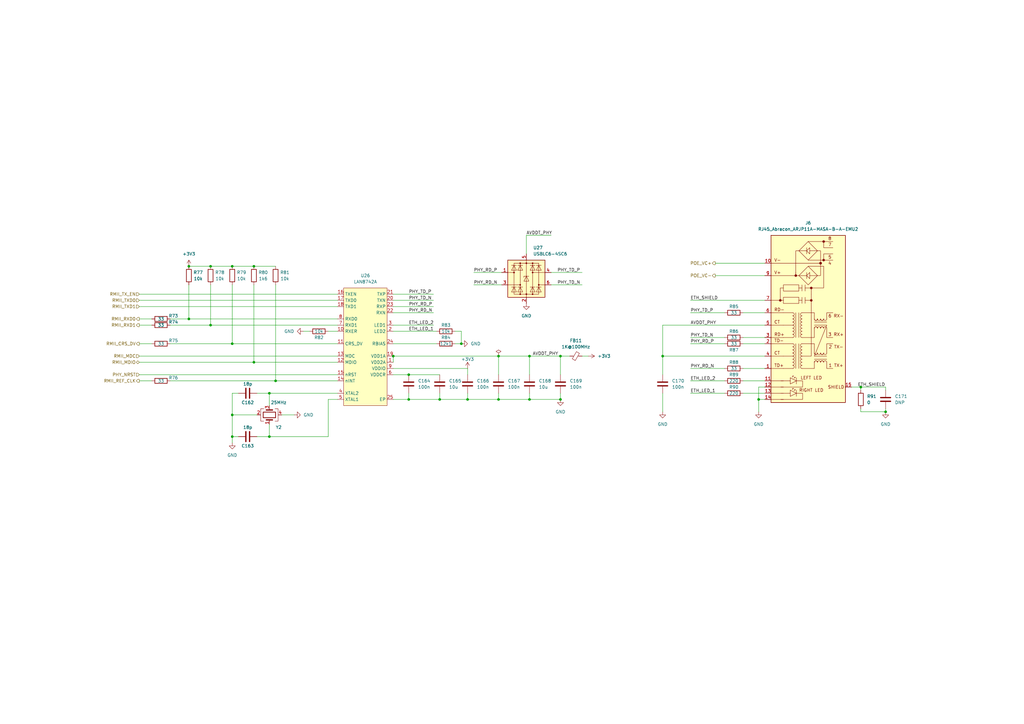
<source format=kicad_sch>
(kicad_sch (version 20211123) (generator eeschema)
  (paper "A3")
  (title_block (title "Kirdy") (date "2022-07-03") (rev "r0.1") (company "M-Labs") (comment 1 "Alex Wong Tat Hang"))
  (lib_symbols
    (symbol "Connector:RJ45_Abracon_ARJP11A-MASA-B-A-EMU2" (pin_names (offset 1.016) hide)
      (property "Reference" "J" (at 0 -38.1 0))
      (property "Value" "RJ45_Abracon_ARJP11A-MASA-B-A-EMU2" (at 0 -35.56 0))
      (symbol "RJ45_Abracon_ARJP11A-MASA-B-A-EMU2_0_0"
        (rectangle (start -15.24 -34.29) (end 15.24 34.29) (stroke (width 0.254)) (fill (type background)))
        (rectangle (start -3.81 8.89) (end -10.16 6.35))
        (polyline (pts (xy -15.24 -33.02) (xy -10.16 -33.02)))
        (polyline (pts (xy -15.24 -30.48) (xy -10.16 -30.48)))
        (polyline (pts (xy -15.24 -27.94) (xy -10.16 -27.94)))
        (polyline (pts (xy -15.24 -25.4) (xy -10.16 -25.4)))
        (polyline (pts (xy -15.24 -20.32) (xy -10.16 -20.32)))
        (polyline (pts (xy -15.24 -15.24) (xy -10.16 -15.24)))
        (polyline (pts (xy -15.24 -10.16) (xy -10.16 -10.16)))
        (polyline (pts (xy -15.24 -7.62) (xy -10.16 -7.62)))
        (polyline (pts (xy -15.24 -2.54) (xy -10.16 -2.54)))
        (polyline (pts (xy -15.24 2.54) (xy -10.16 2.54)))
        (polyline (pts (xy -15.24 22.86) (xy 5.08 22.86)))
        (polyline (pts (xy -11.43 7.62) (xy -15.24 7.62)))
        (polyline (pts (xy -11.176 -25.4) (xy -7.366 -25.4)))
        (polyline (pts (xy -10.16 7.62) (xy -11.43 7.62)))
        (polyline (pts (xy -5.08 17.78) (xy -15.24 17.78)))
        (polyline (pts (xy -5.08 17.78) (xy -3.81 17.78)))
        (polyline (pts (xy -5.08 19.05) (xy -5.08 17.78)))
        (polyline (pts (xy -3.81 7.62) (xy -2.54 7.62)))
        (polyline (pts (xy -3.81 12.7) (xy -2.54 12.7)))
        (polyline (pts (xy -2.54 8.89) (xy -2.54 6.35)))
        (polyline (pts (xy -1.27 8.89) (xy -1.27 6.35)))
        (polyline (pts (xy -1.27 13.97) (xy -1.27 11.43)))
        (polyline (pts (xy 0 21.59) (xy 6.35 21.59)))
        (polyline (pts (xy 0 24.13) (xy 10.16 24.13)))
        (polyline (pts (xy 0 31.75) (xy 10.16 31.75)))
        (polyline (pts (xy 1.27 10.16) (xy 1.27 12.7)))
        (polyline (pts (xy -10.16 12.7) (xy -11.43 12.7) (xy -11.43 7.62)))
        (polyline (pts (xy -3.81 27.94) (xy -5.08 27.94) (xy -5.08 17.78)))
        (polyline (pts (xy -1.27 12.7) (xy 0 12.7) (xy 1.27 12.7)))
        (polyline (pts (xy 1.27 12.7) (xy 6.35 12.7) (xy 6.35 21.59)))
        (polyline (pts (xy 6.35 24.13) (xy 6.35 26.67) (xy 10.16 26.67)))
        (polyline (pts (xy 6.35 31.75) (xy 6.35 29.21) (xy 10.16 29.21)))
        (polyline (pts (xy -4.826 -25.4) (xy -2.286 -25.4) (xy -2.286 -27.94) (xy -11.176 -27.94)))
        (polyline (pts (xy -2.54 -15.24) (xy -1.27 -15.24) (xy 1.27 -15.24) (xy 1.27 10.16)))
        (polyline (pts (xy 3.81 17.78) (xy 5.08 17.78) (xy 5.08 27.94) (xy 3.81 27.94)))
        (polyline (pts (xy -3.81 17.78) (xy 0 13.97) (xy 3.81 17.78) (xy 0 21.59) (xy -3.81 17.78)))
        (circle (center 1.27 7.62) (radius 0.0001) (stroke (width 0.508)))
        (text "1 TX+" (at 11.43 -19.05 0) (effects (font (size 1.27 1.27))))
        (text "2 TX-" (at 11.43 -11.43 0) (effects (font (size 1.27 1.27))))
        (text "3 RX+" (at 11.43 -6.35 0) (effects (font (size 1.27 1.27))))
        (text "4" (at 8.89 22.86 0) (effects (font (size 1.27 1.27))))
        (text "5" (at 8.89 25.4 0) (effects (font (size 1.27 1.27))))
        (text "6 RX-" (at 11.43 1.27 0) (effects (font (size 1.27 1.27))))
        (text "7" (at 8.89 30.48 0) (effects (font (size 1.27 1.27))))
        (text "8" (at 8.89 33.02 0) (effects (font (size 1.27 1.27))))
        (text "CT" (at -13.97 -1.27 0) (effects (font (size 1.27 1.27)) (justify left)))
        (text "LEFT LED" (at 1.27 -24.13 0) (effects (font (size 1.27 1.27))))
        (text "RD-" (at -13.97 3.81 0) (effects (font (size 1.27 1.27)) (justify left)))
        (text "SHIELD" (at 11.43 -27.94 0) (effects (font (size 1.27 1.27))))
        (text "V+" (at -13.97 19.05 0) (effects (font (size 1.27 1.27)) (justify left)))
        (text "V-" (at -13.97 24.13 0) (effects (font (size 1.27 1.27)) (justify left)))
      )
      (symbol "RJ45_Abracon_ARJP11A-MASA-B-A-EMU2_0_1"
        (arc (start -6.35 -16.51) (mid -5.715 -15.875) (end -6.35 -15.24))
        (arc (start -6.35 -15.24) (mid -5.715 -14.605) (end -6.35 -13.97))
        (arc (start -6.35 -13.97) (mid -6.35 -16.51) (end -6.35 -13.97))
        (arc (start -6.35 -11.43) (mid -5.715 -10.795) (end -6.35 -10.16))
        (polyline (pts (xy -6.35 -20.32) (xy -10.16 -20.32)))
        (polyline (pts (xy -6.35 -15.24) (xy -10.16 -15.24)))
        (polyline (pts (xy -6.35 -10.16) (xy -10.16 -10.16)))
        (polyline (pts (xy -6.35 -7.62) (xy -10.16 -7.62)))
        (polyline (pts (xy -6.35 -2.54) (xy -10.16 -2.54)))
        (polyline (pts (xy -6.35 2.54) (xy -10.16 2.54)))
        (polyline (pts (xy -6.096 -28.448) (xy -6.35 -28.448)))
        (polyline (pts (xy -5.334 -28.956) (xy -5.588 -28.956)))
        (polyline (pts (xy -4.826 -24.13) (xy -4.826 -26.67)))
        (polyline (pts (xy -1.27 7.62) (xy 1.27 7.62)))
        (polyline (pts (xy -0.635 17.78) (xy -3.81 17.78)))
        (polyline (pts (xy -0.635 19.05) (xy -0.635 16.51)))
        (polyline (pts (xy 0.635 17.78) (xy 3.81 17.78)))
        (polyline (pts (xy -6.604 -28.956) (xy -6.096 -28.448) (xy -6.096 -28.702)))
        (polyline (pts (xy -5.842 -29.464) (xy -5.334 -28.956) (xy -5.334 -29.21)))
        (polyline (pts (xy -7.366 -24.13) (xy -7.366 -26.67) (xy -4.826 -25.4) (xy -7.366 -24.13)))
        (polyline (pts (xy 0.635 19.05) (xy 0.635 16.51) (xy -0.635 17.78) (xy 0.635 19.05)))
      )
      (symbol "RJ45_Abracon_ARJP11A-MASA-B-A-EMU2_1_1"
        (circle (center -11.43 7.62) (radius 0.0001) (stroke (width 0.508)))
        (arc (start -6.35 -20.32) (mid -5.715 -19.685) (end -6.35 -19.05))
        (arc (start -6.35 -19.05) (mid -5.715 -18.415) (end -6.35 -17.78))
        (arc (start -6.35 -17.78) (mid -6.35 -20.32) (end -6.35 -17.78))
        (arc (start -6.35 -17.78) (mid -5.715 -17.145) (end -6.35 -16.51))
        (arc (start -6.35 -13.97) (mid -5.715 -13.335) (end -6.35 -12.7))
        (arc (start -6.35 -12.7) (mid -5.715 -12.065) (end -6.35 -11.43))
        (arc (start -6.35 -7.62) (mid -5.715 -6.985) (end -6.35 -6.35))
        (arc (start -6.35 -6.35) (mid -5.715 -5.715) (end -6.35 -5.08))
        (arc (start -6.35 -5.08) (mid -6.35 -7.62) (end -6.35 -5.08))
        (arc (start -6.35 -5.08) (mid -5.715 -4.445) (end -6.35 -3.81))
        (arc (start -6.35 -3.81) (mid -6.35 -6.35) (end -6.35 -3.81))
        (arc (start -6.35 -3.81) (mid -5.715 -3.175) (end -6.35 -2.54))
        (arc (start -6.35 -2.54) (mid -5.715 -1.905) (end -6.35 -1.27))
        (arc (start -6.35 -1.27) (mid -5.715 -0.635) (end -6.35 0))
        (arc (start -6.35 0) (mid -5.715 0.635) (end -6.35 1.27))
        (arc (start -6.35 1.27) (mid -6.35 -1.27) (end -6.35 1.27))
        (arc (start -6.35 1.27) (mid -5.715 1.905) (end -6.35 2.54))
        (circle (center -5.08 17.78) (radius 0.0001) (stroke (width 0.508)))
        (rectangle (start -3.81 13.97) (end -10.16 11.43))
        (arc (start -2.54 -19.05) (mid -3.175 -19.685) (end -2.54 -20.32))
        (arc (start -2.54 -19.05) (mid -2.54 -16.51) (end -2.54 -19.05))
        (arc (start -2.54 -17.78) (mid -3.175 -18.415) (end -2.54 -19.05))
        (arc (start -2.54 -16.51) (mid -3.175 -17.145) (end -2.54 -17.78))
        (arc (start -2.54 -15.24) (mid -3.175 -15.875) (end -2.54 -16.51))
        (arc (start -2.54 -15.24) (mid -2.54 -12.7) (end -2.54 -15.24))
        (arc (start -2.54 -13.97) (mid -3.175 -14.605) (end -2.54 -15.24))
        (arc (start -2.54 -12.7) (mid -3.175 -13.335) (end -2.54 -13.97))
        (arc (start -2.54 -11.43) (mid -3.175 -12.065) (end -2.54 -12.7))
        (arc (start -2.54 -10.16) (mid -3.175 -10.795) (end -2.54 -11.43))
        (arc (start -2.54 -6.35) (mid -3.175 -6.985) (end -2.54 -7.62))
        (arc (start -2.54 -6.35) (mid -2.54 -3.81) (end -2.54 -6.35))
        (arc (start -2.54 -5.08) (mid -3.175 -5.715) (end -2.54 -6.35))
        (arc (start -2.54 -3.81) (mid -3.175 -4.445) (end -2.54 -5.08))
        (arc (start -2.54 -3.81) (mid -2.54 -1.27) (end -2.54 -3.81))
        (arc (start -2.54 -2.54) (mid -3.175 -3.175) (end -2.54 -3.81))
        (arc (start -2.54 -1.27) (mid -3.175 -1.905) (end -2.54 -2.54))
        (arc (start -2.54 0) (mid -3.175 -0.635) (end -2.54 -1.27))
        (arc (start -2.54 0) (mid -2.54 2.54) (end -2.54 0))
        (arc (start -2.54 1.27) (mid -3.175 0.635) (end -2.54 0))
        (arc (start -2.54 2.54) (mid -3.175 1.905) (end -2.54 1.27))
        (polyline (pts (xy -11.176 -30.48) (xy -7.366 -30.48)))
        (polyline (pts (xy -6.096 -23.368) (xy -6.35 -23.368)))
        (polyline (pts (xy -5.334 -23.876) (xy -5.588 -23.876)))
        (polyline (pts (xy -5.08 -10.16) (xy -5.08 -20.32)))
        (polyline (pts (xy -5.08 2.54) (xy -5.08 -7.62)))
        (polyline (pts (xy -4.826 -29.21) (xy -4.826 -31.75)))
        (polyline (pts (xy -3.81 -20.32) (xy -3.81 -10.16)))
        (polyline (pts (xy -3.81 -7.62) (xy -3.81 2.54)))
        (polyline (pts (xy -2.54 13.97) (xy -2.54 11.43)))
        (polyline (pts (xy -0.635 27.94) (xy -3.81 27.94)))
        (polyline (pts (xy -0.635 29.21) (xy -0.635 26.67)))
        (polyline (pts (xy 0.635 27.94) (xy 3.81 27.94)))
        (polyline (pts (xy 2.54 -16.51) (xy 7.62 -16.51)))
        (polyline (pts (xy 2.54 -15.24) (xy 7.62 -2.54)))
        (polyline (pts (xy 2.54 -2.54) (xy 7.62 -2.54)))
        (polyline (pts (xy 7.62 -15.24) (xy 2.54 -15.24)))
        (polyline (pts (xy 7.62 -1.27) (xy 2.54 -1.27)))
        (polyline (pts (xy -6.604 -23.876) (xy -6.096 -23.368) (xy -6.096 -23.622)))
        (polyline (pts (xy -5.842 -24.384) (xy -5.334 -23.876) (xy -5.334 -24.13)))
        (polyline (pts (xy -2.54 -10.16) (xy 2.54 -10.16) (xy 2.54 -13.97)))
        (polyline (pts (xy -2.54 -7.62) (xy 2.54 -7.62) (xy 2.54 -3.81)))
        (polyline (pts (xy -2.54 2.54) (xy 2.54 2.54) (xy 2.54 0)))
        (polyline (pts (xy 2.54 -17.78) (xy 2.54 -20.32) (xy -2.54 -20.32)))
        (polyline (pts (xy 7.62 -17.78) (xy 7.62 -20.32) (xy 10.16 -20.32)))
        (polyline (pts (xy 7.62 -13.97) (xy 7.62 -10.16) (xy 10.16 -10.16)))
        (polyline (pts (xy 7.62 -3.81) (xy 7.62 -7.62) (xy 10.16 -7.62)))
        (polyline (pts (xy 7.62 0) (xy 7.62 2.54) (xy 10.16 2.54)))
        (polyline (pts (xy -7.366 -29.21) (xy -7.366 -31.75) (xy -4.826 -30.48) (xy -7.366 -29.21)))
        (polyline (pts (xy -4.826 -30.48) (xy -2.286 -30.48) (xy -2.286 -33.02) (xy -11.176 -33.02)))
        (polyline (pts (xy 0.635 29.21) (xy 0.635 26.67) (xy -0.635 27.94) (xy 0.635 29.21)))
        (polyline (pts (xy -3.81 27.94) (xy 0 24.13) (xy 3.81 27.94) (xy 0 31.75) (xy -3.81 27.94)))
        (circle (center 1.27 12.7) (radius 0.0001) (stroke (width 0.508)))
        (arc (start 2.54 -17.78) (mid 5.08 -17.78) (end 2.54 -17.78))
        (arc (start 2.54 -13.97) (mid 3.175 -14.605) (end 3.81 -13.97))
        (arc (start 2.54 -13.97) (mid 3.175 -14.605) (end 3.81 -13.97))
        (arc (start 2.54 -3.81) (mid 5.08 -3.81) (end 2.54 -3.81))
        (arc (start 2.54 0) (mid 3.175 -0.635) (end 3.81 0))
        (arc (start 2.54 0) (mid 3.175 -0.635) (end 3.81 0))
        (arc (start 3.81 -17.78) (mid 3.175 -17.145) (end 2.54 -17.78))
        (arc (start 3.81 -17.78) (mid 3.175 -17.145) (end 2.54 -17.78))
        (arc (start 3.81 -13.97) (mid 1.27 -13.97) (end 3.81 -13.97))
        (arc (start 3.81 -13.97) (mid 4.445 -14.605) (end 5.08 -13.97))
        (arc (start 3.81 -3.81) (mid 3.175 -3.175) (end 2.54 -3.81))
        (arc (start 3.81 -3.81) (mid 3.175 -3.175) (end 2.54 -3.81))
        (arc (start 3.81 0) (mid 1.27 0) (end 3.81 0))
        (arc (start 3.81 0) (mid 4.445 -0.635) (end 5.08 0))
        (arc (start 5.08 -17.78) (mid 4.445 -17.145) (end 3.81 -17.78))
        (arc (start 5.08 -17.78) (mid 7.62 -17.78) (end 5.08 -17.78))
        (arc (start 5.08 -13.97) (mid 5.715 -14.605) (end 6.35 -13.97))
        (arc (start 5.08 -13.97) (mid 5.715 -14.605) (end 6.35 -13.97))
        (arc (start 5.08 -3.81) (mid 4.445 -3.175) (end 3.81 -3.81))
        (arc (start 5.08 -3.81) (mid 7.62 -3.81) (end 5.08 -3.81))
        (arc (start 5.08 0) (mid 5.715 -0.635) (end 6.35 0))
        (arc (start 5.08 0) (mid 5.715 -0.635) (end 6.35 0))
        (circle (center 5.08 22.86) (radius 0.0001) (stroke (width 0.508)))
        (circle (center 5.08 22.86) (radius 0.0001) (stroke (width 0.508)))
        (arc (start 6.35 -17.78) (mid 5.715 -17.145) (end 5.08 -17.78))
        (arc (start 6.35 -17.78) (mid 5.715 -17.145) (end 5.08 -17.78))
        (arc (start 6.35 -13.97) (mid 3.81 -13.97) (end 6.35 -13.97))
        (arc (start 6.35 -13.97) (mid 6.985 -14.605) (end 7.62 -13.97))
        (arc (start 6.35 -3.81) (mid 5.715 -3.175) (end 5.08 -3.81))
        (arc (start 6.35 -3.81) (mid 5.715 -3.175) (end 5.08 -3.81))
        (arc (start 6.35 0) (mid 3.81 0) (end 6.35 0))
        (arc (start 6.35 0) (mid 6.985 -0.635) (end 7.62 0))
        (circle (center 6.35 24.13) (radius 0.0001) (stroke (width 0.508)))
        (circle (center 6.35 31.75) (radius 0.0001) (stroke (width 0.508)))
        (arc (start 7.62 -17.78) (mid 6.985 -17.145) (end 6.35 -17.78))
        (arc (start 7.62 -3.81) (mid 6.985 -3.175) (end 6.35 -3.81))
        (text "CT" (at -13.97 -13.97 0) (effects (font (size 1.27 1.27)) (justify left)))
        (text "RD+" (at -13.97 -6.35 0) (effects (font (size 1.27 1.27)) (justify left)))
        (text "RIGHT LED" (at 1.27 -29.21 0) (effects (font (size 1.27 1.27))))
        (text "TD+" (at -13.97 -19.05 0) (effects (font (size 1.27 1.27)) (justify left)))
        (text "TD-" (at -13.97 -8.89 0) (effects (font (size 1.27 1.27)) (justify left)))
        (pin passive line (at -17.78 -20.32 0) (length 2.54) (name "TD+") (number "1"))
        (pin power_out line (at -17.78 22.86 0) (length 2.54) (name "V-") (number "10"))
        (pin passive line (at -17.78 -25.4 0) (length 2.54) (name "LLED+") (number "11"))
        (pin passive line (at -17.78 -27.94 0) (length 2.54) (name "LLED-") (number "12"))
        (pin passive line (at -17.78 -30.48 0) (length 2.54) (name "RLED+") (number "13"))
        (pin passive line (at -17.78 -33.02 0) (length 2.54) (name "RLED-") (number "14"))
        (pin passive line (at 17.78 -27.94 180) (length 2.54) (name "SHIELD") (number "15"))
        (pin passive line (at -17.78 -10.16 0) (length 2.54) (name "TD-") (number "2"))
        (pin passive line (at -17.78 -7.62 0) (length 2.54) (name "RD+") (number "3"))
        (pin passive line (at -17.78 -15.24 0) (length 2.54) (name "CT") (number "4"))
        (pin passive line (at -17.78 -2.54 0) (length 2.54) (name "CT") (number "5"))
        (pin passive line (at -17.78 2.54 0) (length 2.54) (name "RD-") (number "6"))
        (pin passive line (at -17.78 7.62 0) (length 2.54) (name "7") (number "7"))
        (pin power_out line (at -17.78 17.78 0) (length 2.54) (name "V+") (number "9"))
      )
    )
    (symbol "Device:C" (pin_numbers hide) (pin_names (offset 0.254))
      (property "Reference" "C" (at 0.635 2.54 0))
      (property "Value" "C" (at 0.635 -2.54 0))
      (symbol "C_0_1"
        (polyline (pts (xy -2.032 -0.762) (xy 2.032 -0.762)) (stroke (width 0.508)))
        (polyline (pts (xy -2.032 0.762) (xy 2.032 0.762)) (stroke (width 0.508)))
      )
      (symbol "C_1_1"
        (pin passive line (at 0 3.81 270) (length 2.794) (name "~") (number "1"))
        (pin passive line (at 0 -3.81 90) (length 2.794) (name "~") (number "2"))
      )
    )
    (symbol "Device:Crystal_GND24" (pin_names (offset 1.016) hide)
      (property "Reference" "Y" (at 3.175 5.08 0))
      (property "Value" "Crystal_GND24" (at 3.175 3.175 0))
      (symbol "Crystal_GND24_0_1"
        (rectangle (start -1.143 2.54) (end 1.143 -2.54) (stroke (width 0.3048)))
        (polyline (pts (xy -2.54 0) (xy -2.032 0)))
        (polyline (pts (xy -2.032 -1.27) (xy -2.032 1.27)) (stroke (width 0.508)))
        (polyline (pts (xy 0 -3.81) (xy 0 -3.556)))
        (polyline (pts (xy 0 3.556) (xy 0 3.81)))
        (polyline (pts (xy 2.032 -1.27) (xy 2.032 1.27)) (stroke (width 0.508)))
        (polyline (pts (xy 2.032 0) (xy 2.54 0)))
        (polyline (pts (xy -2.54 -2.286) (xy -2.54 -3.556) (xy 2.54 -3.556) (xy 2.54 -2.286)))
        (polyline (pts (xy -2.54 2.286) (xy -2.54 3.556) (xy 2.54 3.556) (xy 2.54 2.286)))
      )
      (symbol "Crystal_GND24_1_1"
        (pin passive line (at -3.81 0 0) (length 1.27) (name "1") (number "1"))
        (pin passive line (at 0 5.08 270) (length 1.27) (name "2") (number "2"))
        (pin passive line (at 3.81 0 180) (length 1.27) (name "3") (number "3"))
        (pin passive line (at 0 -5.08 90) (length 1.27) (name "4") (number "4"))
      )
    )
    (symbol "Device:FerriteBead_Small" (pin_numbers hide) (pin_names (offset 0))
      (property "Reference" "FB" (at 1.905 1.27 0))
      (property "Value" "FerriteBead_Small" (at 1.905 -1.27 0))
      (symbol "FerriteBead_Small_0_1"
        (polyline (pts (xy 0 -1.27) (xy 0 -0.7874)))
        (polyline (pts (xy 0 0.889) (xy 0 1.2954)))
        (polyline (pts (xy -1.8288 0.2794) (xy -1.1176 1.4986) (xy 1.8288 -0.2032) (xy 1.1176 -1.4224) (xy -1.8288 0.2794)))
      )
      (symbol "FerriteBead_Small_1_1"
        (pin passive line (at 0 2.54 270) (length 1.27) (name "~") (number "1"))
        (pin passive line (at 0 -2.54 90) (length 1.27) (name "~") (number "2"))
      )
    )
    (symbol "Device:R" (pin_numbers hide) (pin_names (offset 0))
      (property "Reference" "R" (at 2.032 0 90))
      (property "Value" "R" (at 0 0 90))
      (symbol "R_0_1"
        (rectangle (start -1.016 -2.54) (end 1.016 2.54) (stroke (width 0.254)))
      )
      (symbol "R_1_1"
        (pin passive line (at 0 3.81 270) (length 1.27) (name "~") (number "1"))
        (pin passive line (at 0 -3.81 90) (length 1.27) (name "~") (number "2"))
      )
    )
    (symbol "Power_Protection:USBLC6-4SC6" (pin_names hide)
      (property "Reference" "U" (at 2.54 8.89 0))
      (property "Value" "USBLC6-4SC6" (at 2.54 -8.89 0))
      (symbol "USBLC6-4SC6_0_1"
        (rectangle (start -7.62 -7.62) (end 7.62 7.62) (stroke (width 0.254)) (fill (type background)))
        (circle (center -5.08 2.54) (radius 0.254) (fill (type outline)))
        (circle (center -2.54 -6.35) (radius 0.254) (fill (type outline)))
        (circle (center -2.54 -2.54) (radius 0.254) (fill (type outline)))
        (circle (center -2.54 6.35) (radius 0.254) (fill (type outline)))
        (rectangle (start -2.54 6.35) (end 2.54 -6.35))
        (circle (center 0 -6.35) (radius 0.254) (fill (type outline)))
        (polyline (pts (xy -5.08 2.54) (xy -7.62 2.54)))
        (polyline (pts (xy -4.064 -3.429) (xy -6.096 -3.429)))
        (polyline (pts (xy -4.064 5.461) (xy -6.096 5.461)))
        (polyline (pts (xy -2.54 -2.54) (xy -7.62 -2.54)))
        (polyline (pts (xy -1.524 -3.429) (xy -3.556 -3.429)))
        (polyline (pts (xy -1.524 5.461) (xy -3.556 5.461)))
        (polyline (pts (xy 0 -7.62) (xy 0 -6.35)))
        (polyline (pts (xy 0 -6.35) (xy 0 1.27)))
        (polyline (pts (xy 0 1.27) (xy 0 6.35)))
        (polyline (pts (xy 0 6.35) (xy 0 7.62)))
        (polyline (pts (xy 1.524 -3.429) (xy 3.556 -3.429)))
        (polyline (pts (xy 1.524 5.461) (xy 3.556 5.461)))
        (polyline (pts (xy 2.54 2.54) (xy 7.62 2.54)))
        (polyline (pts (xy 4.064 -3.429) (xy 6.096 -3.429)))
        (polyline (pts (xy 4.064 5.461) (xy 6.096 5.461)))
        (polyline (pts (xy 5.08 -2.54) (xy 7.62 -2.54)))
        (polyline (pts (xy -6.096 -5.461) (xy -4.064 -5.461) (xy -5.08 -3.429) (xy -6.096 -5.461)))
        (polyline (pts (xy -6.096 3.429) (xy -4.064 3.429) (xy -5.08 5.461) (xy -6.096 3.429)))
        (polyline (pts (xy -3.556 -5.461) (xy -1.524 -5.461) (xy -2.54 -3.429) (xy -3.556 -5.461)))
        (polyline (pts (xy -3.556 3.429) (xy -1.524 3.429) (xy -2.54 5.461) (xy -3.556 3.429)))
        (polyline (pts (xy -2.54 6.35) (xy -5.08 6.35) (xy -5.08 -6.35) (xy -2.54 -6.35)))
        (polyline (pts (xy -1.016 -1.016) (xy 1.016 -1.016) (xy 0 1.016) (xy -1.016 -1.016)))
        (polyline (pts (xy 1.016 1.016) (xy 0.762 1.016) (xy -1.016 1.016) (xy -1.016 0.508)))
        (polyline (pts (xy 2.54 6.35) (xy 5.08 6.35) (xy 5.08 -6.35) (xy 2.54 -6.35)))
        (polyline (pts (xy 3.556 -5.461) (xy 1.524 -5.461) (xy 2.54 -3.429) (xy 3.556 -5.461)))
        (polyline (pts (xy 3.556 3.429) (xy 1.524 3.429) (xy 2.54 5.461) (xy 3.556 3.429)))
        (polyline (pts (xy 6.096 -5.461) (xy 4.064 -5.461) (xy 5.08 -3.429) (xy 6.096 -5.461)))
        (polyline (pts (xy 6.096 3.429) (xy 4.064 3.429) (xy 5.08 5.461) (xy 6.096 3.429)))
        (circle (center 0 6.35) (radius 0.254) (fill (type outline)))
        (circle (center 2.54 -6.35) (radius 0.254) (fill (type outline)))
        (circle (center 2.54 2.54) (radius 0.254) (fill (type outline)))
        (circle (center 2.54 6.35) (radius 0.254) (fill (type outline)))
        (circle (center 5.08 -2.54) (radius 0.254) (fill (type outline)))
      )
      (symbol "USBLC6-4SC6_1_1"
        (pin passive line (at -10.16 2.54 0) (length 2.54) (name "I/O1") (number "1"))
        (pin passive line (at 0 -10.16 90) (length 2.54) (name "GND") (number "2"))
        (pin passive line (at -10.16 -2.54 0) (length 2.54) (name "I/O2") (number "3"))
        (pin passive line (at 10.16 2.54 180) (length 2.54) (name "I/O3") (number "4"))
        (pin passive line (at 0 10.16 270) (length 2.54) (name "VBUS") (number "5"))
        (pin passive line (at 10.16 -2.54 180) (length 2.54) (name "I/O4") (number "6"))
      )
    )
    (symbol "kirdy:LAN8742A"
      (property "Reference" "U" (at 0 -30.48 0))
      (property "Value" "LAN8742A" (at 0 -27.94 0))
      (symbol "LAN8742A_0_0"
        (pin power_in line (at 10.16 -7.62 180) (length 2.54) (name "VDD2A") (number "1"))
        (pin bidirectional line (at -12.7 5.08 0) (length 2.54) (name "RXER") (number "10"))
        (pin output line (at -12.7 0 0) (length 2.54) (name "CRS_DV") (number "11"))
        (pin bidirectional line (at -12.7 -7.62 0) (length 2.54) (name "MDIO") (number "12"))
        (pin input line (at -12.7 -5.08 0) (length 2.54) (name "MDC") (number "13"))
        (pin output line (at -12.7 -15.24 0) (length 2.54) (name "nINT") (number "14"))
        (pin input line (at -12.7 -12.7 0) (length 2.54) (name "nRST") (number "15"))
        (pin input line (at -12.7 20.32 0) (length 2.54) (name "TXEN") (number "16"))
        (pin input line (at -12.7 17.78 0) (length 2.54) (name "TXD0") (number "17"))
        (pin input line (at -12.7 15.24 0) (length 2.54) (name "TXD1") (number "18"))
        (pin power_in line (at 10.16 -5.08 180) (length 2.54) (name "VDD1A") (number "19"))
        (pin output line (at 10.16 5.08 180) (length 2.54) (name "LED2") (number "2"))
        (pin bidirectional line (at 10.16 17.78 180) (length 2.54) (name "TXN") (number "20"))
        (pin bidirectional line (at 10.16 20.32 180) (length 2.54) (name "TXP") (number "21"))
        (pin bidirectional line (at 10.16 12.7 180) (length 2.54) (name "RXN") (number "22"))
        (pin bidirectional line (at 10.16 15.24 180) (length 2.54) (name "RXP") (number "23"))
        (pin passive line (at 10.16 0 180) (length 2.54) (name "RBIAS") (number "24"))
        (pin power_in line (at 10.16 -22.86 180) (length 2.54) (name "EP") (number "25"))
        (pin output line (at 10.16 7.62 180) (length 2.54) (name "LED1") (number "3"))
        (pin input line (at -12.7 -20.32 0) (length 2.54) (name "XTAL2") (number "4"))
        (pin input line (at -12.7 -22.86 0) (length 2.54) (name "XTAL1") (number "5"))
        (pin passive line (at 10.16 -12.7 180) (length 2.54) (name "VDDCR") (number "6"))
        (pin output line (at -12.7 7.62 0) (length 2.54) (name "RXD1") (number "7"))
        (pin output line (at -12.7 10.16 0) (length 2.54) (name "RXD0") (number "8"))
        (pin power_in line (at 10.16 -10.16 180) (length 2.54) (name "VDDIO") (number "9"))
      )
      (symbol "LAN8742A_0_1"
        (rectangle (start -10.16 22.86) (end 7.62 -25.4) (fill (type background)))
      )
    )
    (symbol "power:+3V3" (power) (pin_names (offset 0))
      (property "Value" "+3V3" (at 0 3.556 0))
      (symbol "+3V3_0_1"
        (polyline (pts (xy -0.762 1.27) (xy 0 2.54)))
        (polyline (pts (xy 0 0) (xy 0 2.54)))
        (polyline (pts (xy 0 2.54) (xy 0.762 1.27)))
      )
      (symbol "+3V3_1_1"
        (pin power_in line (at 0 0 90) (length 0) hide (name "+3V3") (number "1"))
      )
    )
    (symbol "power:GND" (power) (pin_names (offset 0))
      (property "Value" "GND" (at 0 -3.81 0))
      (symbol "GND_0_1"
        (polyline (pts (xy 0 0) (xy 0 -1.27) (xy 1.27 -1.27) (xy 0 -2.54) (xy -1.27 -1.27) (xy 0 -1.27)))
      )
      (symbol "GND_1_1"
        (pin power_in line (at 0 0 270) (length 0) hide (name "GND") (number "1"))
      )
    )
    (symbol "power:PWR_FLAG" (power) (pin_numbers hide) (pin_names (offset 0) hide)
      (property "Value" "PWR_FLAG" (at 0 3.81 0))
      (symbol "PWR_FLAG_0_0"
        (pin power_out line (at 0 0 90) (length 0) (name "pwr") (number "1"))
      )
      (symbol "PWR_FLAG_0_1"
        (polyline (pts (xy 0 0) (xy 0 1.27) (xy -1.016 1.905) (xy 0 2.54) (xy 1.016 1.905) (xy 0 1.27)))
      )
    )
  )
  (junction (at 191.77 163.83))
  (junction (at 95.25 179.07))
  (junction (at 363.22 168.91))
  (junction (at 77.47 130.81))
  (junction (at 311.15 163.83))
  (junction (at 104.14 109.22))
  (junction (at 204.47 146.05))
  (junction (at 104.14 148.59))
  (junction (at 180.34 163.83))
  (junction (at 217.17 146.05))
  (junction (at 95.25 109.22))
  (junction (at 77.47 109.22))
  (junction (at 86.36 133.35))
  (junction (at 113.03 156.21))
  (junction (at 271.78 146.05))
  (junction (at 353.06 158.75))
  (junction (at 189.23 140.97))
  (junction (at 204.47 163.83))
  (junction (at 167.64 163.83))
  (junction (at 95.25 170.18))
  (junction (at 229.87 163.83))
  (junction (at 110.49 179.07))
  (junction (at 167.64 153.67))
  (junction (at 95.25 140.97))
  (junction (at 229.87 146.05))
  (junction (at 217.17 163.83))
  (junction (at 86.36 109.22))
  (junction (at 110.49 161.29))
  (junction (at 161.29 146.05))
  (wire (pts (xy 238.76 146.05) (xy 241.3 146.05)))
  (wire (pts (xy 95.25 109.22) (xy 104.14 109.22)))
  (wire (pts (xy 57.15 148.59) (xy 104.14 148.59)))
  (wire (pts (xy 180.34 161.29) (xy 180.34 163.83)))
  (wire (pts (xy 283.21 138.43) (xy 297.18 138.43)))
  (wire (pts (xy 304.8 138.43) (xy 313.69 138.43)))
  (wire (pts (xy 353.06 158.75) (xy 353.06 160.02)))
  (wire (pts (xy 204.47 161.29) (xy 204.47 163.83)))
  (wire (pts (xy 161.29 140.97) (xy 179.07 140.97)))
  (wire (pts (xy 189.23 135.89) (xy 189.23 140.97)))
  (wire (pts (xy 161.29 128.27) (xy 177.8 128.27)))
  (wire (pts (xy 57.15 130.81) (xy 62.23 130.81)))
  (wire (pts (xy 204.47 163.83) (xy 217.17 163.83)))
  (wire (pts (xy 349.25 158.75) (xy 353.06 158.75)))
  (wire (pts (xy 77.47 116.84) (xy 77.47 130.81)))
  (wire (pts (xy 57.15 133.35) (xy 62.23 133.35)))
  (wire (pts (xy 194.31 116.84) (xy 205.74 116.84)))
  (wire (pts (xy 271.78 146.05) (xy 313.69 146.05)))
  (wire (pts (xy 95.25 116.84) (xy 95.25 140.97)))
  (wire (pts (xy 311.15 158.75) (xy 311.15 163.83)))
  (wire (pts (xy 283.21 161.29) (xy 297.18 161.29)))
  (wire (pts (xy 95.25 170.18) (xy 105.41 170.18)))
  (wire (pts (xy 134.62 163.83) (xy 138.43 163.83)))
  (wire (pts (xy 271.78 168.91) (xy 271.78 161.29)))
  (wire (pts (xy 105.41 179.07) (xy 110.49 179.07)))
  (wire (pts (xy 95.25 170.18) (xy 95.25 161.29)))
  (wire (pts (xy 353.06 168.91) (xy 363.22 168.91)))
  (wire (pts (xy 194.31 111.76) (xy 205.74 111.76)))
  (wire (pts (xy 167.64 153.67) (xy 180.34 153.67)))
  (wire (pts (xy 110.49 161.29) (xy 138.43 161.29)))
  (wire (pts (xy 304.8 156.21) (xy 313.69 156.21)))
  (wire (pts (xy 113.03 156.21) (xy 138.43 156.21)))
  (wire (pts (xy 161.29 146.05) (xy 161.29 148.59)))
  (wire (pts (xy 115.57 170.18) (xy 120.65 170.18)))
  (wire (pts (xy 229.87 146.05) (xy 229.87 153.67)))
  (wire (pts (xy 293.37 113.03) (xy 313.69 113.03)))
  (wire (pts (xy 167.64 163.83) (xy 180.34 163.83)))
  (wire (pts (xy 191.77 163.83) (xy 204.47 163.83)))
  (wire (pts (xy 86.36 133.35) (xy 138.43 133.35)))
  (wire (pts (xy 217.17 161.29) (xy 217.17 163.83)))
  (wire (pts (xy 57.15 156.21) (xy 62.23 156.21)))
  (wire (pts (xy 69.85 140.97) (xy 95.25 140.97)))
  (wire (pts (xy 186.69 140.97) (xy 189.23 140.97)))
  (wire (pts (xy 95.25 181.61) (xy 95.25 179.07)))
  (wire (pts (xy 229.87 163.83) (xy 229.87 161.29)))
  (wire (pts (xy 283.21 156.21) (xy 297.18 156.21)))
  (wire (pts (xy 161.29 120.65) (xy 177.8 120.65)))
  (wire (pts (xy 229.87 146.05) (xy 233.68 146.05)))
  (wire (pts (xy 57.15 146.05) (xy 138.43 146.05)))
  (wire (pts (xy 191.77 161.29) (xy 191.77 163.83)))
  (wire (pts (xy 217.17 146.05) (xy 229.87 146.05)))
  (wire (pts (xy 161.29 146.05) (xy 204.47 146.05)))
  (wire (pts (xy 271.78 146.05) (xy 271.78 153.67)))
  (wire (pts (xy 113.03 116.84) (xy 113.03 156.21)))
  (wire (pts (xy 57.15 140.97) (xy 62.23 140.97)))
  (wire (pts (xy 161.29 153.67) (xy 167.64 153.67)))
  (wire (pts (xy 57.15 153.67) (xy 138.43 153.67)))
  (wire (pts (xy 215.9 96.52) (xy 226.06 96.52)))
  (wire (pts (xy 313.69 133.35) (xy 271.78 133.35)))
  (wire (pts (xy 57.15 120.65) (xy 138.43 120.65)))
  (wire (pts (xy 161.29 163.83) (xy 167.64 163.83)))
  (wire (pts (xy 134.62 135.89) (xy 138.43 135.89)))
  (wire (pts (xy 161.29 135.89) (xy 179.07 135.89)))
  (wire (pts (xy 95.25 179.07) (xy 97.79 179.07)))
  (wire (pts (xy 186.69 135.89) (xy 189.23 135.89)))
  (wire (pts (xy 226.06 111.76) (xy 238.76 111.76)))
  (wire (pts (xy 304.8 128.27) (xy 313.69 128.27)))
  (wire (pts (xy 86.36 109.22) (xy 95.25 109.22)))
  (wire (pts (xy 226.06 116.84) (xy 238.76 116.84)))
  (wire (pts (xy 95.25 161.29) (xy 97.79 161.29)))
  (wire (pts (xy 283.21 123.19) (xy 313.69 123.19)))
  (wire (pts (xy 311.15 168.91) (xy 311.15 163.83)))
  (wire (pts (xy 77.47 130.81) (xy 138.43 130.81)))
  (wire (pts (xy 110.49 179.07) (xy 134.62 179.07)))
  (wire (pts (xy 86.36 116.84) (xy 86.36 133.35)))
  (wire (pts (xy 283.21 128.27) (xy 297.18 128.27)))
  (wire (pts (xy 95.25 179.07) (xy 95.25 170.18)))
  (wire (pts (xy 304.8 161.29) (xy 313.69 161.29)))
  (wire (pts (xy 363.22 158.75) (xy 363.22 160.02)))
  (wire (pts (xy 161.29 151.13) (xy 191.77 151.13)))
  (wire (pts (xy 363.22 167.64) (xy 363.22 168.91)))
  (wire (pts (xy 104.14 148.59) (xy 138.43 148.59)))
  (wire (pts (xy 110.49 166.37) (xy 110.49 161.29)))
  (wire (pts (xy 95.25 140.97) (xy 138.43 140.97)))
  (wire (pts (xy 204.47 146.05) (xy 204.47 153.67)))
  (wire (pts (xy 57.15 125.73) (xy 138.43 125.73)))
  (wire (pts (xy 217.17 146.05) (xy 217.17 153.67)))
  (wire (pts (xy 104.14 109.22) (xy 113.03 109.22)))
  (wire (pts (xy 110.49 173.99) (xy 110.49 179.07)))
  (wire (pts (xy 304.8 140.97) (xy 313.69 140.97)))
  (wire (pts (xy 134.62 179.07) (xy 134.62 163.83)))
  (wire (pts (xy 161.29 133.35) (xy 177.8 133.35)))
  (wire (pts (xy 69.85 130.81) (xy 77.47 130.81)))
  (wire (pts (xy 283.21 140.97) (xy 297.18 140.97)))
  (wire (pts (xy 69.85 133.35) (xy 86.36 133.35)))
  (wire (pts (xy 180.34 163.83) (xy 191.77 163.83)))
  (wire (pts (xy 161.29 123.19) (xy 177.8 123.19)))
  (wire (pts (xy 204.47 146.05) (xy 217.17 146.05)))
  (wire (pts (xy 311.15 163.83) (xy 313.69 163.83)))
  (wire (pts (xy 161.29 125.73) (xy 177.8 125.73)))
  (wire (pts (xy 304.8 151.13) (xy 313.69 151.13)))
  (wire (pts (xy 69.85 156.21) (xy 113.03 156.21)))
  (wire (pts (xy 105.41 161.29) (xy 110.49 161.29)))
  (wire (pts (xy 293.37 107.95) (xy 313.69 107.95)))
  (wire (pts (xy 215.9 96.52) (xy 215.9 104.14)))
  (wire (pts (xy 271.78 133.35) (xy 271.78 146.05)))
  (wire (pts (xy 217.17 163.83) (xy 229.87 163.83)))
  (wire (pts (xy 313.69 158.75) (xy 311.15 158.75)))
  (wire (pts (xy 353.06 158.75) (xy 363.22 158.75)))
  (wire (pts (xy 353.06 167.64) (xy 353.06 168.91)))
  (wire (pts (xy 77.47 109.22) (xy 86.36 109.22)))
  (wire (pts (xy 283.21 151.13) (xy 297.18 151.13)))
  (wire (pts (xy 104.14 116.84) (xy 104.14 148.59)))
  (wire (pts (xy 191.77 151.13) (xy 191.77 153.67)))
  (wire (pts (xy 167.64 161.29) (xy 167.64 163.83)))
  (wire (pts (xy 124.46 135.89) (xy 127 135.89)))
  (wire (pts (xy 57.15 123.19) (xy 138.43 123.19)))
  (label "PHY_TD_P" (at 167.64 120.65 0))
  (label "PHY_TD_P" (at 283.21 128.27 0))
  (label "PHY_RD_N" (at 283.21 151.13 0))
  (label "AVDDT_PHY" (at 215.9 96.52 0))
  (label "PHY_RD_P" (at 283.21 140.97 0))
  (label "ETH_SHIELD" (at 283.21 123.19 0))
  (label "ETH_LED_1" (at 283.21 161.29 0))
  (label "PHY_TD_N" (at 167.64 123.19 0))
  (label "PHY_RD_P" (at 167.64 125.73 0))
  (label "PHY_TD_N" (at 228.6 116.84 0))
  (label "PHY_TD_N" (at 283.21 138.43 0))
  (label "PHY_RD_N" (at 167.64 128.27 0))
  (label "ETH_LED_2" (at 167.64 133.35 0))
  (label "PHY_RD_P" (at 194.31 111.76 0))
  (label "AVDDT_PHY" (at 283.21 133.35 0))
  (label "AVDDT_PHY" (at 218.44 146.05 0))
  (label "ETH_LED_2" (at 283.21 156.21 0))
  (label "PHY_RD_N" (at 194.31 116.84 0))
  (label "ETH_LED_1" (at 167.64 135.89 0))
  (label "PHY_TD_P" (at 228.6 111.76 0))
  (label "ETH_SHIELD" (at 351.79 158.75 0))
  (hierarchical_label "RMII_MDC" (shape input) (at 57.15 146.05 180))
  (hierarchical_label "RMII_TXD1" (shape input) (at 57.15 125.73 180))
  (hierarchical_label "RMII_RXD1" (shape output) (at 57.15 133.35 180))
  (hierarchical_label "RMII_RXD0" (shape output) (at 57.15 130.81 180))
  (hierarchical_label "RMII_CRS_DV" (shape output) (at 57.15 140.97 180))
  (hierarchical_label "RMII_MDIO" (shape bidirectional) (at 57.15 148.59 180))
  (hierarchical_label "RMII_REF_CLK" (shape output) (at 57.15 156.21 180))
  (hierarchical_label "POE_VC-" (shape output) (at 293.37 113.03 180))
  (hierarchical_label "RMII_TX_EN" (shape input) (at 57.15 120.65 180))
  (hierarchical_label "PHY_NRST" (shape input) (at 57.15 153.67 180))
  (hierarchical_label "POE_VC+" (shape output) (at 293.37 107.95 180))
  (hierarchical_label "RMII_TXD0" (shape input) (at 57.15 123.19 180))
  (symbol (lib_id "Device:C") (at 167.64 157.48 0) (unit 1)
    (property "Reference" "C164" (at 171.45 156.2099 0) (effects (justify left)))
    (property "Value" "100n" (at 171.45 158.7499 0) (effects (justify left)))
  )
  (symbol (lib_id "Device:C") (at 180.34 157.48 0) (unit 1)
    (property "Reference" "C165" (at 184.15 156.2099 0) (effects (justify left)))
    (property "Value" "10u" (at 184.15 158.7499 0) (effects (justify left)))
  )
  (symbol (lib_id "Device:C") (at 204.47 157.48 0) (unit 1)
    (property "Reference" "C167" (at 208.28 156.2099 0) (effects (justify left)))
    (property "Value" "100n" (at 208.28 158.7499 0) (effects (justify left)))
  )
  (symbol (lib_id "power:GND") (at 95.25 181.61 0) (unit 1)
    (property "Reference" "#PWR0142" (effects hide))
    (property "Value" "GND" (at 95.25 186.69 0))
  )
  (symbol (lib_id "Device:R") (at 113.03 113.03 180) (unit 1)
    (property "Reference" "R81" (at 116.84 111.76 0))
    (property "Value" "10k" (at 116.84 114.3 0))
  )
  (symbol (lib_id "Device:R") (at 182.88 140.97 90) (unit 1)
    (property "Reference" "R84" (at 182.88 138.43 90))
    (property "Value" "12k1" (at 182.88 140.97 90))
  )
  (symbol (lib_id "Device:R") (at 300.99 161.29 90) (unit 1)
    (property "Reference" "R90" (at 300.99 158.75 90))
    (property "Value" "220" (at 300.99 161.29 90))
  )
  (symbol (lib_id "Device:R") (at 77.47 113.03 180) (unit 1)
    (property "Reference" "R77" (at 81.28 111.76 0))
    (property "Value" "10k" (at 81.28 114.3 0))
  )
  (symbol (lib_id "Device:R") (at 130.81 135.89 90) (unit 1)
    (property "Reference" "R82" (at 130.81 138.43 90))
    (property "Value" "10k" (at 130.81 135.89 90))
  )
  (symbol (lib_id "Device:R") (at 66.04 156.21 90) (unit 1)
    (property "Reference" "R76" (at 71.12 154.94 90))
    (property "Value" "33" (at 66.04 156.21 90))
  )
  (symbol (lib_id "power:GND") (at 271.78 168.91 0) (unit 1)
    (property "Reference" "#PWR0149" (effects hide))
    (property "Value" "GND" (at 271.78 173.99 0))
  )
  (symbol (lib_id "power:+3V3") (at 77.47 109.22 0) (unit 1)
    (property "Reference" "#PWR0141" (effects hide))
    (property "Value" "+3V3" (at 77.47 104.14 0))
  )
  (symbol (lib_id "power:GND") (at 311.15 168.91 0) (unit 1)
    (property "Reference" "#PWR0150" (effects hide))
    (property "Value" "GND" (at 311.15 173.99 0))
  )
  (symbol (lib_id "Device:C") (at 363.22 163.83 0) (unit 1)
    (property "Reference" "C171" (at 367.03 162.5599 0) (effects (justify left)))
    (property "Value" "DNP" (at 367.03 165.0999 0) (effects (justify left)))
  )
  (symbol (lib_id "power:GND") (at 124.46 135.89 270) (unit 1)
    (property "Reference" "#PWR0144" (effects hide))
    (property "Value" "GND" (at 120.65 135.8899 90) (effects (justify right)))
  )
  (symbol (lib_id "Device:R") (at 300.99 156.21 90) (unit 1)
    (property "Reference" "R89" (at 300.99 153.67 90))
    (property "Value" "220" (at 300.99 156.21 90))
  )
  (symbol (lib_id "power:+3V3") (at 191.77 151.13 0) (unit 1)
    (property "Reference" "#PWR0161" (effects hide))
    (property "Value" "+3V3" (at 191.77 147.32 0))
  )
  (symbol (lib_id "Device:R") (at 300.99 128.27 90) (unit 1)
    (property "Reference" "R85" (at 300.99 125.73 90))
    (property "Value" "33" (at 300.99 128.27 90))
  )
  (symbol (lib_id "Device:R") (at 300.99 140.97 90) (unit 1)
    (property "Reference" "R87" (at 300.99 143.51 90))
    (property "Value" "33" (at 300.99 140.97 90))
  )
  (symbol (lib_id "power:+3V3") (at 241.3 146.05 270) (unit 1)
    (property "Reference" "#PWR0148" (effects hide))
    (property "Value" "+3V3" (at 245.11 146.0499 90) (effects (justify left)))
  )
  (symbol (lib_id "Device:R") (at 300.99 138.43 90) (unit 1)
    (property "Reference" "R86" (at 300.99 135.89 90))
    (property "Value" "33" (at 300.99 138.43 90))
  )
  (symbol (lib_id "kirdy:LAN8742A") (at 151.13 140.97 0) (unit 1)
    (property "Reference" "U26" (at 149.86 113.03 0))
    (property "Value" "LAN8742A" (at 149.86 115.57 0))
    (property "Footprint" "Package_DFN_QFN:QFN-24-1EP_4x4mm_P0.5mm_EP2.6x2.6mm" (effects hide))
    (property "Datasheet" "https://ww1.microchip.com/downloads/en/DeviceDoc/8742a.pdf" (effects hide))
  )
  (symbol (lib_id "Device:R") (at 353.06 163.83 0) (unit 1)
    (property "Reference" "R91" (at 355.6 162.5599 0) (effects (justify left)))
    (property "Value" "0" (at 355.6 165.0999 0) (effects (justify left)))
  )
  (symbol (lib_id "Device:R") (at 66.04 133.35 90) (unit 1)
    (property "Reference" "R74" (at 71.12 132.08 90))
    (property "Value" "33" (at 66.04 133.35 90))
  )
  (symbol (lib_id "power:PWR_FLAG") (at 204.47 146.05 0) (unit 1)
    (property "Reference" "#FLG0117" (effects hide))
    (property "Value" "PWR_FLAG" (effects hide))
  )
  (symbol (lib_id "Device:R") (at 66.04 130.81 90) (unit 1)
    (property "Reference" "R73" (at 71.12 129.54 90))
    (property "Value" "33" (at 66.04 130.81 90))
  )
  (symbol (lib_id "power:GND") (at 189.23 140.97 90) (unit 1)
    (property "Reference" "#PWR0145" (effects hide))
    (property "Value" "GND" (at 193.04 140.9699 90) (effects (justify right)))
  )
  (symbol (lib_id "Device:Crystal_GND24") (at 110.49 170.18 90) (unit 1)
    (property "Reference" "Y2" (at 114.3 175.26 90))
    (property "Value" "25MHz" (at 114.3 165.1 90))
  )
  (symbol (lib_id "Power_Protection:USBLC6-4SC6") (at 215.9 114.3 0) (unit 1)
    (property "Reference" "U27" (at 218.6687 101.6 0) (effects (justify left)))
    (property "Value" "USBLC6-4SC6" (at 218.6687 104.14 0) (effects (justify left)))
    (property "Footprint" "Package_TO_SOT_SMD:SOT-23-6" (effects hide))
    (property "Datasheet" "https://www.st.com/resource/en/datasheet/usblc6-4.pdf" (effects hide))
  )
  (symbol (lib_id "power:GND") (at 229.87 163.83 0) (unit 1)
    (property "Reference" "#PWR0147" (effects hide))
    (property "Value" "GND" (at 229.87 168.91 0))
  )
  (symbol (lib_id "Connector:RJ45_Abracon_ARJP11A-MASA-B-A-EMU2") (at 331.47 130.81 0) (unit 1)
    (property "Reference" "J6" (at 331.47 91.44 0))
    (property "Value" "RJ45_Abracon_ARJP11A-MASA-B-A-EMU2" (at 331.47 93.98 0))
    (property "Footprint" "Connector_RJ:RJ45_Abracon_ARJP11A-MA_Horizontal" (effects hide))
    (property "Datasheet" "https://abracon.com/Magnetics/lan/ARJP11A.PDF" (effects hide))
  )
  (symbol (lib_id "power:GND") (at 120.65 170.18 90) (unit 1)
    (property "Reference" "#PWR0143" (effects hide))
    (property "Value" "GND" (at 124.46 170.1799 90) (effects (justify right)))
  )
  (symbol (lib_id "Device:R") (at 104.14 113.03 180) (unit 1)
    (property "Reference" "R80" (at 107.95 111.76 0))
    (property "Value" "1k6" (at 107.95 114.3 0))
  )
  (symbol (lib_id "Device:C") (at 217.17 157.48 0) (unit 1)
    (property "Reference" "C168" (at 220.98 156.2099 0) (effects (justify left)))
    (property "Value" "10u" (at 220.98 158.7499 0) (effects (justify left)))
  )
  (symbol (lib_id "Device:C") (at 271.78 157.48 0) (unit 1)
    (property "Reference" "C170" (at 275.59 156.2099 0) (effects (justify left)))
    (property "Value" "100n" (at 275.59 158.7499 0) (effects (justify left)))
  )
  (symbol (lib_id "Device:R") (at 86.36 113.03 180) (unit 1)
    (property "Reference" "R78" (at 90.17 111.76 0))
    (property "Value" "10k" (at 90.17 114.3 0))
  )
  (symbol (lib_id "Device:R") (at 95.25 113.03 180) (unit 1)
    (property "Reference" "R79" (at 99.06 111.76 0))
    (property "Value" "10k" (at 99.06 114.3 0))
  )
  (symbol (lib_id "Device:R") (at 182.88 135.89 90) (unit 1)
    (property "Reference" "R83" (at 182.88 133.35 90))
    (property "Value" "10k" (at 182.88 135.89 90))
  )
  (symbol (lib_id "Device:C") (at 101.6 179.07 90) (unit 1)
    (property "Reference" "C163" (at 101.6 182.88 90))
    (property "Value" "18p" (at 101.6 175.26 90))
  )
  (symbol (lib_id "power:GND") (at 363.22 168.91 0) (unit 1)
    (property "Reference" "#PWR0151" (effects hide))
    (property "Value" "GND" (at 363.22 173.99 0))
  )
  (symbol (lib_id "power:GND") (at 215.9 124.46 0) (unit 1)
    (property "Reference" "#PWR0146" (effects hide))
    (property "Value" "GND" (at 215.9 129.54 0))
  )
  (symbol (lib_id "Device:C") (at 101.6 161.29 90) (unit 1)
    (property "Reference" "C162" (at 101.6 165.1 90))
    (property "Value" "18p" (at 101.6 157.48 90))
  )
  (symbol (lib_id "Device:C") (at 191.77 157.48 0) (unit 1)
    (property "Reference" "C166" (at 195.58 156.2099 0) (effects (justify left)))
    (property "Value" "100n" (at 195.58 158.7499 0) (effects (justify left)))
  )
  (symbol (lib_id "Device:FerriteBead_Small") (at 236.22 146.05 90) (unit 1)
    (property "Reference" "FB11" (at 236.1819 139.7 90))
    (property "Value" "1K@100MHz" (at 236.1819 142.24 90))
  )
  (symbol (lib_id "Device:R") (at 66.04 140.97 90) (unit 1)
    (property "Reference" "R75" (at 71.12 139.7 90))
    (property "Value" "33" (at 66.04 140.97 90))
  )
  (symbol (lib_id "Device:R") (at 300.99 151.13 90) (unit 1)
    (property "Reference" "R88" (at 300.99 148.59 90))
    (property "Value" "33" (at 300.99 151.13 90))
  )
  (symbol (lib_id "Device:C") (at 229.87 157.48 0) (unit 1)
    (property "Reference" "C169" (at 233.68 156.2099 0) (effects (justify left)))
    (property "Value" "100n" (at 233.68 158.7499 0) (effects (justify left)))
  )
)
</source>
